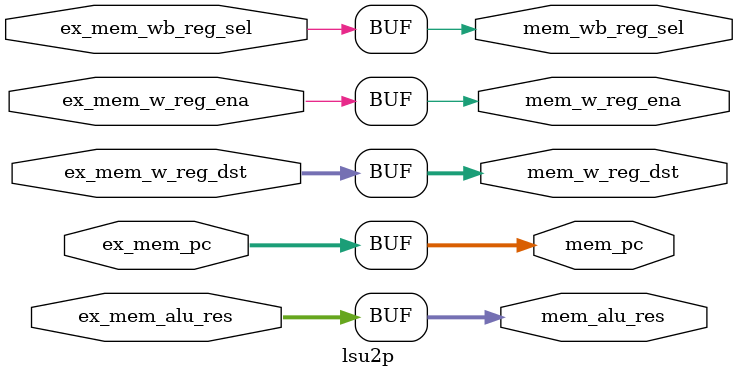
<source format=v>
`timescale 1ns / 1ps

`include "../idu/id_def.v"

module lsu2p (
    input   wire [31:0] ex_mem_pc,
    input   wire [31:0] ex_mem_alu_res,
    input   wire        ex_mem_w_reg_ena,
    input   wire [4 :0] ex_mem_w_reg_dst,
    input   wire        ex_mem_wb_reg_sel,
    
    output  wire [31:0] mem_pc,
    output  wire [31:0] mem_alu_res,
    output  wire        mem_w_reg_ena,
    output  wire [4 :0] mem_w_reg_dst,
    output  wire        mem_wb_reg_sel
);
    
    assign mem_pc           = ex_mem_pc;
    assign mem_w_reg_ena    = ex_mem_w_reg_ena;
    assign mem_wb_reg_sel   = ex_mem_wb_reg_sel;
    assign mem_alu_res      = ex_mem_alu_res;
    assign mem_w_reg_dst    = ex_mem_w_reg_dst;

endmodule
</source>
